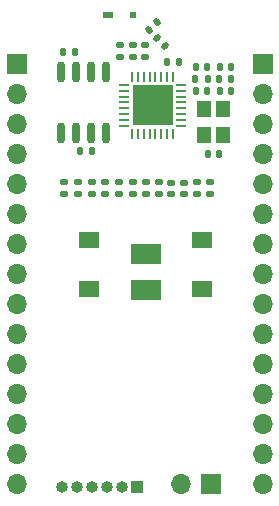
<source format=gbr>
%TF.GenerationSoftware,KiCad,Pcbnew,(6.0.0)*%
%TF.CreationDate,2022-02-11T23:14:06+08:00*%
%TF.ProjectId,esp8266,65737038-3236-4362-9e6b-696361645f70,rev?*%
%TF.SameCoordinates,Original*%
%TF.FileFunction,Soldermask,Top*%
%TF.FilePolarity,Negative*%
%FSLAX46Y46*%
G04 Gerber Fmt 4.6, Leading zero omitted, Abs format (unit mm)*
G04 Created by KiCad (PCBNEW (6.0.0)) date 2022-02-11 23:14:06*
%MOMM*%
%LPD*%
G01*
G04 APERTURE LIST*
G04 Aperture macros list*
%AMRoundRect*
0 Rectangle with rounded corners*
0 $1 Rounding radius*
0 $2 $3 $4 $5 $6 $7 $8 $9 X,Y pos of 4 corners*
0 Add a 4 corners polygon primitive as box body*
4,1,4,$2,$3,$4,$5,$6,$7,$8,$9,$2,$3,0*
0 Add four circle primitives for the rounded corners*
1,1,$1+$1,$2,$3*
1,1,$1+$1,$4,$5*
1,1,$1+$1,$6,$7*
1,1,$1+$1,$8,$9*
0 Add four rect primitives between the rounded corners*
20,1,$1+$1,$2,$3,$4,$5,0*
20,1,$1+$1,$4,$5,$6,$7,0*
20,1,$1+$1,$6,$7,$8,$9,0*
20,1,$1+$1,$8,$9,$2,$3,0*%
G04 Aperture macros list end*
%ADD10R,1.000000X1.000000*%
%ADD11O,1.000000X1.000000*%
%ADD12O,0.700000X1.800000*%
%ADD13R,1.700000X1.700000*%
%ADD14O,1.700000X1.700000*%
%ADD15RoundRect,0.062500X-0.062500X0.375000X-0.062500X-0.375000X0.062500X-0.375000X0.062500X0.375000X0*%
%ADD16RoundRect,0.062500X-0.375000X0.062500X-0.375000X-0.062500X0.375000X-0.062500X0.375000X0.062500X0*%
%ADD17R,3.450000X3.450000*%
%ADD18RoundRect,0.135000X-0.185000X0.135000X-0.185000X-0.135000X0.185000X-0.135000X0.185000X0.135000X0*%
%ADD19RoundRect,0.147500X-0.147500X-0.172500X0.147500X-0.172500X0.147500X0.172500X-0.147500X0.172500X0*%
%ADD20RoundRect,0.147500X-0.172500X0.147500X-0.172500X-0.147500X0.172500X-0.147500X0.172500X0.147500X0*%
%ADD21RoundRect,0.140000X-0.170000X0.140000X-0.170000X-0.140000X0.170000X-0.140000X0.170000X0.140000X0*%
%ADD22RoundRect,0.140000X0.140000X0.170000X-0.140000X0.170000X-0.140000X-0.170000X0.140000X-0.170000X0*%
%ADD23RoundRect,0.135000X-0.135000X-0.185000X0.135000X-0.185000X0.135000X0.185000X-0.135000X0.185000X0*%
%ADD24R,0.497840X0.497840*%
%ADD25R,0.899160X0.497840*%
%ADD26RoundRect,0.135000X0.135000X0.185000X-0.135000X0.185000X-0.135000X-0.185000X0.135000X-0.185000X0*%
%ADD27R,1.800000X1.350000*%
%ADD28R,2.600000X1.800000*%
%ADD29RoundRect,0.140000X-0.140000X-0.170000X0.140000X-0.170000X0.140000X0.170000X-0.140000X0.170000X0*%
%ADD30RoundRect,0.140000X-0.219203X-0.021213X-0.021213X-0.219203X0.219203X0.021213X0.021213X0.219203X0*%
%ADD31RoundRect,0.140000X-0.021213X0.219203X-0.219203X0.021213X0.021213X-0.219203X0.219203X-0.021213X0*%
%ADD32RoundRect,0.135000X0.185000X-0.135000X0.185000X0.135000X-0.185000X0.135000X-0.185000X-0.135000X0*%
%ADD33R,1.150000X1.400000*%
G04 APERTURE END LIST*
D10*
%TO.C,J2*%
X129032000Y-151180000D03*
D11*
X127762000Y-151180000D03*
X126492000Y-151180000D03*
X125222000Y-151180000D03*
X123952000Y-151180000D03*
X122682000Y-151180000D03*
%TD*%
D12*
%TO.C,U2*%
X122590000Y-121230000D03*
X123860000Y-121230000D03*
X125130000Y-121230000D03*
X126400000Y-121230000D03*
X126400000Y-116030000D03*
X125130000Y-116030000D03*
X123860000Y-116030000D03*
X122590000Y-116030000D03*
%TD*%
D13*
%TO.C,J4*%
X118872000Y-115380000D03*
D14*
X118872000Y-117920000D03*
X118872000Y-120460000D03*
X118872000Y-123000000D03*
X118872000Y-125540000D03*
X118872000Y-128080000D03*
X118872000Y-130620000D03*
X118872000Y-133160000D03*
X118872000Y-135700000D03*
X118872000Y-138240000D03*
X118872000Y-140780000D03*
X118872000Y-143320000D03*
X118872000Y-145860000D03*
X118872000Y-148400000D03*
X118872000Y-150940000D03*
%TD*%
D13*
%TO.C,J1*%
X135290666Y-150930000D03*
D14*
X132750666Y-150930000D03*
%TD*%
D13*
%TO.C,J3*%
X139700000Y-115380000D03*
D14*
X139700000Y-117920000D03*
X139700000Y-120460000D03*
X139700000Y-123000000D03*
X139700000Y-125540000D03*
X139700000Y-128080000D03*
X139700000Y-130620000D03*
X139700000Y-133160000D03*
X139700000Y-135700000D03*
X139700000Y-138240000D03*
X139700000Y-140780000D03*
X139700000Y-143320000D03*
X139700000Y-145860000D03*
X139700000Y-148400000D03*
X139700000Y-150940000D03*
%TD*%
D15*
%TO.C,U1*%
X132120000Y-116452500D03*
X131620000Y-116452500D03*
X131120000Y-116452500D03*
X130620000Y-116452500D03*
X130120000Y-116452500D03*
X129620000Y-116452500D03*
X129120000Y-116452500D03*
X128620000Y-116452500D03*
D16*
X127932500Y-117140000D03*
X127932500Y-117640000D03*
X127932500Y-118140000D03*
X127932500Y-118640000D03*
X127932500Y-119140000D03*
X127932500Y-119640000D03*
X127932500Y-120140000D03*
X127932500Y-120640000D03*
D15*
X128620000Y-121327500D03*
X129120000Y-121327500D03*
X129620000Y-121327500D03*
X130120000Y-121327500D03*
X130620000Y-121327500D03*
X131120000Y-121327500D03*
X131620000Y-121327500D03*
X132120000Y-121327500D03*
D16*
X132807500Y-120640000D03*
X132807500Y-120140000D03*
X132807500Y-119640000D03*
X132807500Y-119140000D03*
X132807500Y-118640000D03*
X132807500Y-118140000D03*
X132807500Y-117640000D03*
X132807500Y-117140000D03*
D17*
X130370000Y-118890000D03*
%TD*%
D18*
%TO.C,R9*%
X135211499Y-125377793D03*
X135211499Y-126397793D03*
%TD*%
D19*
%TO.C,L1*%
X131615000Y-115250000D03*
X132585000Y-115250000D03*
%TD*%
D18*
%TO.C,R8*%
X129850000Y-125390000D03*
X129850000Y-126410000D03*
%TD*%
D20*
%TO.C,D2*%
X133025109Y-125422793D03*
X133025109Y-126392793D03*
%TD*%
D18*
%TO.C,R5*%
X134096719Y-125397793D03*
X134096719Y-126417793D03*
%TD*%
D21*
%TO.C,C2*%
X129744006Y-113800000D03*
X129744006Y-114760000D03*
%TD*%
D22*
%TO.C,C7*%
X137030000Y-115635000D03*
X136070000Y-115635000D03*
%TD*%
D23*
%TO.C,R11*%
X136020000Y-116640000D03*
X137040000Y-116640000D03*
%TD*%
D24*
%TO.C,E1*%
X128740000Y-111228920D03*
D25*
X126641960Y-111228920D03*
%TD*%
D26*
%TO.C,R14*%
X125224000Y-122750000D03*
X124204000Y-122750000D03*
%TD*%
D27*
%TO.C,SW2*%
X125029000Y-130259000D03*
X125029000Y-134409000D03*
%TD*%
D26*
%TO.C,R13*%
X123800000Y-114400000D03*
X122780000Y-114400000D03*
%TD*%
D22*
%TO.C,C3*%
X134980000Y-117670000D03*
X134020000Y-117670000D03*
%TD*%
D26*
%TO.C,R3*%
X134010000Y-116665000D03*
X135030000Y-116665000D03*
%TD*%
D28*
%TO.C,C1*%
X129794000Y-131496500D03*
X129794000Y-134496500D03*
%TD*%
D22*
%TO.C,C9*%
X137030000Y-117645000D03*
X136070000Y-117645000D03*
%TD*%
D20*
%TO.C,D3*%
X131953499Y-125422793D03*
X131953499Y-126392793D03*
%TD*%
D29*
%TO.C,C8*%
X135050000Y-123000000D03*
X136010000Y-123000000D03*
%TD*%
D20*
%TO.C,D1*%
X128693223Y-125415000D03*
X128693223Y-126385000D03*
%TD*%
D18*
%TO.C,R4*%
X124066115Y-125390000D03*
X124066115Y-126410000D03*
%TD*%
%TO.C,R15*%
X127624006Y-114810000D03*
X127624006Y-113790000D03*
%TD*%
D30*
%TO.C,C5*%
X130750589Y-113190589D03*
X131429411Y-113869411D03*
%TD*%
D27*
%TO.C,SW1*%
X134559000Y-130259000D03*
X134559000Y-134409000D03*
%TD*%
D22*
%TO.C,C4*%
X134980000Y-115660000D03*
X134020000Y-115660000D03*
%TD*%
D18*
%TO.C,R10*%
X126379669Y-125390000D03*
X126379669Y-126410000D03*
%TD*%
D31*
%TO.C,C6*%
X130749411Y-111860589D03*
X130070589Y-112539411D03*
%TD*%
D18*
%TO.C,R12*%
X122909338Y-125390000D03*
X122909338Y-126410000D03*
%TD*%
%TO.C,R2*%
X127536446Y-125390000D03*
X127536446Y-126410000D03*
%TD*%
%TO.C,R6*%
X130923499Y-125397793D03*
X130923499Y-126417793D03*
%TD*%
%TO.C,R1*%
X125222892Y-125390000D03*
X125222892Y-126410000D03*
%TD*%
D32*
%TO.C,R7*%
X128689006Y-114810000D03*
X128689006Y-113790000D03*
%TD*%
D33*
%TO.C,Y1*%
X134730000Y-119220000D03*
X134730000Y-121420000D03*
X136330000Y-121420000D03*
X136330000Y-119220000D03*
%TD*%
M02*

</source>
